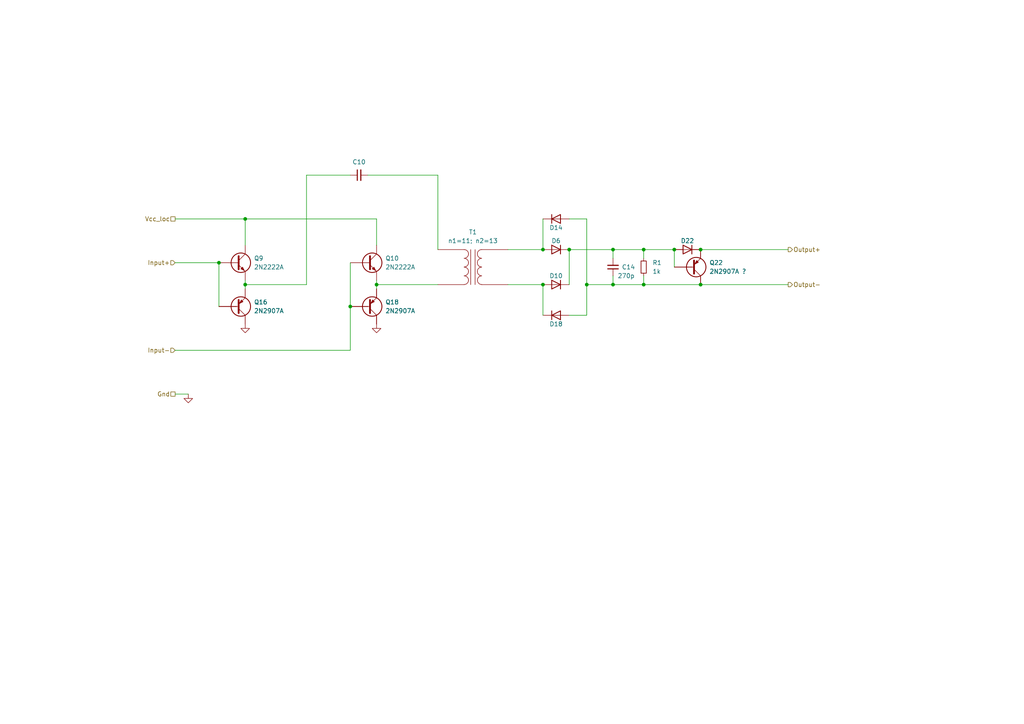
<source format=kicad_sch>
(kicad_sch (version 20230121) (generator eeschema)
  (paper "A4")
  (lib_symbols
    (symbol "Device:C_Small" (pin_numbers hide) (pin_names (offset 0.254) hide)
      (property "Reference" "C" (at 0.254 1.778 0))
      (property "Value" "C_Small" (at 0.254 -2.032 0))
      (symbol "C_Small_0_1"
        (polyline (pts (xy -1.524 -0.508) (xy 1.524 -0.508)) (stroke (width 0.3302)))
        (polyline (pts (xy -1.524 0.508) (xy 1.524 0.508)) (stroke (width 0.3048)))
      )
      (symbol "C_Small_1_1"
        (pin passive line (at 0 2.54 270) (length 2.032) (name "~") (number "1"))
        (pin passive line (at 0 -2.54 90) (length 2.032) (name "~") (number "2"))
      )
    )
    (symbol "Device:R_Small" (pin_numbers hide) (pin_names (offset 0.254) hide)
      (property "Reference" "R" (at 0.762 0.508 0))
      (property "Value" "R_Small" (at 0.762 -1.016 0))
      (symbol "R_Small_0_1"
        (rectangle (start -0.762 1.778) (end 0.762 -1.778) (stroke (width 0.2032)))
      )
      (symbol "R_Small_1_1"
        (pin passive line (at 0 2.54 270) (length 0.762) (name "~") (number "1"))
        (pin passive line (at 0 -2.54 90) (length 0.762) (name "~") (number "2"))
      )
    )
    (symbol "Device:Transformer_1P_1S" (pin_numbers hide) (pin_names (offset 1.016) hide)
      (property "Reference" "T" (at 0 6.35 0))
      (property "Value" "Transformer_1P_1S" (at 0 -7.62 0))
      (symbol "Transformer_1P_1S_0_1"
        (arc (start -2.54 -5.0546) (mid -1.6599 -4.6901) (end -1.27 -3.81))
        (arc (start -2.54 -2.5146) (mid -1.6599 -2.1501) (end -1.27 -1.27))
        (arc (start -2.54 0.0254) (mid -1.6599 0.3899) (end -1.27 1.27))
        (arc (start -2.54 2.5654) (mid -1.6599 2.9299) (end -1.27 3.81))
        (arc (start -1.27 -3.81) (mid -1.642 -2.912) (end -2.54 -2.54))
        (arc (start -1.27 -1.27) (mid -1.642 -0.372) (end -2.54 0))
        (arc (start -1.27 1.27) (mid -1.642 2.168) (end -2.54 2.54))
        (arc (start -1.27 3.81) (mid -1.642 4.708) (end -2.54 5.08))
        (polyline (pts (xy -0.635 5.08) (xy -0.635 -5.08)))
        (polyline (pts (xy 0.635 -5.08) (xy 0.635 5.08)))
        (arc (start 1.2954 -1.27) (mid 1.6599 -2.1501) (end 2.54 -2.5146))
        (arc (start 1.2954 1.27) (mid 1.6599 0.3899) (end 2.54 0.0254))
        (arc (start 1.2954 3.81) (mid 1.6599 2.9299) (end 2.54 2.5654))
        (arc (start 1.3208 -3.81) (mid 1.6853 -4.6901) (end 2.5654 -5.0546))
        (arc (start 2.54 0) (mid 1.642 -0.372) (end 1.2954 -1.27))
        (arc (start 2.54 2.54) (mid 1.642 2.168) (end 1.2954 1.27))
        (arc (start 2.54 5.08) (mid 1.642 4.708) (end 1.2954 3.81))
        (arc (start 2.5654 -2.54) (mid 1.6674 -2.912) (end 1.3208 -3.81))
      )
      (symbol "Transformer_1P_1S_1_1"
        (pin passive line (at -10.16 5.08 0) (length 7.62) (name "AA") (number "1"))
        (pin passive line (at -10.16 -5.08 0) (length 7.62) (name "AB") (number "2"))
        (pin passive line (at 10.16 -5.08 180) (length 7.62) (name "SA") (number "3"))
        (pin passive line (at 10.16 5.08 180) (length 7.62) (name "SB") (number "4"))
      )
    )
    (symbol "Diode:1N4148" (pin_numbers hide) (pin_names hide)
      (property "Reference" "D" (at 0 2.54 0))
      (property "Value" "1N4148" (at 0 -2.54 0))
      (symbol "1N4148_0_1"
        (polyline (pts (xy -1.27 1.27) (xy -1.27 -1.27)) (stroke (width 0.254)))
        (polyline (pts (xy 1.27 0) (xy -1.27 0)))
        (polyline (pts (xy 1.27 1.27) (xy 1.27 -1.27) (xy -1.27 0) (xy 1.27 1.27)) (stroke (width 0.254)))
      )
      (symbol "1N4148_1_1"
        (pin passive line (at -3.81 0 0) (length 2.54) (name "K") (number "1"))
        (pin passive line (at 3.81 0 180) (length 2.54) (name "A") (number "2"))
      )
    )
    (symbol "Transistor_BJT:BC107" (pin_numbers hide) (pin_names (offset 0) hide)
      (property "Reference" "Q" (at 5.08 1.905 0))
      (property "Value" "BC107" (at 5.08 0 0))
      (symbol "BC107_0_1"
        (polyline (pts (xy 0.635 0.635) (xy 2.54 2.54)))
        (polyline (pts (xy 0.635 -0.635) (xy 2.54 -2.54) (xy 2.54 -2.54)))
        (polyline (pts (xy 0.635 1.905) (xy 0.635 -1.905) (xy 0.635 -1.905)) (stroke (width 0.508)))
        (polyline (pts (xy 1.27 -1.778) (xy 1.778 -1.27) (xy 2.286 -2.286) (xy 1.27 -1.778) (xy 1.27 -1.778)) (fill (type outline)))
        (circle (center 1.27 0) (radius 2.8194) (stroke (width 0.254)))
      )
      (symbol "BC107_1_1"
        (pin passive line (at 2.54 -5.08 90) (length 2.54) (name "E") (number "1"))
        (pin input line (at -5.08 0 0) (length 5.715) (name "B") (number "2"))
        (pin passive line (at 2.54 5.08 270) (length 2.54) (name "C") (number "3"))
      )
    )
    (symbol "Transistor_BJT:BC307" (pin_numbers hide) (pin_names (offset 0) hide)
      (property "Reference" "Q" (at 5.08 1.905 0))
      (property "Value" "BC307" (at 5.08 0 0))
      (symbol "BC307_0_1"
        (polyline (pts (xy 0 0) (xy 0.635 0)))
        (polyline (pts (xy 2.54 -2.54) (xy 0.635 -0.635)))
        (polyline (pts (xy 2.54 2.54) (xy 0.635 0.635)))
        (polyline (pts (xy 0.635 1.905) (xy 0.635 -1.905) (xy 0.635 -1.905)) (stroke (width 0.508)) (fill (type outline)))
        (polyline (pts (xy 1.397 -1.905) (xy 1.905 -1.397) (xy 0.889 -0.889) (xy 1.397 -1.905) (xy 1.397 -1.905)) (fill (type outline)))
        (circle (center 1.27 0) (radius 2.8194) (stroke (width 0.254)))
      )
      (symbol "BC307_1_1"
        (pin passive line (at 2.54 5.08 270) (length 2.54) (name "C") (number "1"))
        (pin input line (at -5.08 0 0) (length 5.08) (name "B") (number "2"))
        (pin passive line (at 2.54 -5.08 90) (length 2.54) (name "E") (number "3"))
      )
    )
    (symbol "power:GND" (power) (pin_names (offset 0))
      (property "Value" "GND" (at 0 -3.81 0))
      (symbol "GND_0_1"
        (polyline (pts (xy 0 0) (xy 0 -1.27) (xy 1.27 -1.27) (xy 0 -2.54) (xy -1.27 -1.27) (xy 0 -1.27)))
      )
      (symbol "GND_1_1"
        (pin power_in line (at 0 0 270) (length 0) hide (name "GND") (number "1"))
      )
    )
  )
  (junction (at 186.69 72.39))
  (junction (at 186.69 82.55))
  (junction (at 177.8 82.55))
  (junction (at 101.6 88.9))
  (junction (at 71.12 82.55))
  (junction (at 195.58 72.39))
  (junction (at 165.1 72.39))
  (junction (at 203.2 72.39))
  (junction (at 63.5 76.2))
  (junction (at 157.48 82.55))
  (junction (at 177.8 72.39))
  (junction (at 71.12 63.5))
  (junction (at 109.22 82.55))
  (junction (at 157.48 72.39))
  (junction (at 203.2 82.55))
  (junction (at 170.18 82.55))
  (wire (pts (xy 106.68 50.8) (xy 127 50.8)))
  (wire (pts (xy 195.58 72.39) (xy 195.58 77.47)))
  (wire (pts (xy 50.8 63.5) (xy 71.12 63.5)))
  (wire (pts (xy 71.12 63.5) (xy 71.12 71.12)))
  (wire (pts (xy 109.22 71.12) (xy 109.22 63.5)))
  (wire (pts (xy 170.18 82.55) (xy 170.18 91.44)))
  (wire (pts (xy 203.2 82.55) (xy 228.6 82.55)))
  (wire (pts (xy 165.1 72.39) (xy 177.8 72.39)))
  (wire (pts (xy 170.18 82.55) (xy 177.8 82.55)))
  (wire (pts (xy 88.9 50.8) (xy 101.6 50.8)))
  (wire (pts (xy 71.12 83.82) (xy 71.12 82.55)))
  (wire (pts (xy 50.8 114.3) (xy 54.61 114.3)))
  (wire (pts (xy 170.18 91.44) (xy 165.1 91.44)))
  (wire (pts (xy 165.1 63.5) (xy 170.18 63.5)))
  (wire (pts (xy 109.22 82.55) (xy 127 82.55)))
  (wire (pts (xy 109.22 82.55) (xy 109.22 83.82)))
  (wire (pts (xy 186.69 80.01) (xy 186.69 82.55)))
  (wire (pts (xy 157.48 63.5) (xy 157.48 72.39)))
  (wire (pts (xy 63.5 76.2) (xy 63.5 88.9)))
  (wire (pts (xy 186.69 82.55) (xy 203.2 82.55)))
  (wire (pts (xy 101.6 88.9) (xy 101.6 101.6)))
  (wire (pts (xy 71.12 82.55) (xy 71.12 81.28)))
  (wire (pts (xy 186.69 72.39) (xy 177.8 72.39)))
  (wire (pts (xy 165.1 72.39) (xy 165.1 82.55)))
  (wire (pts (xy 101.6 76.2) (xy 101.6 88.9)))
  (wire (pts (xy 109.22 81.28) (xy 109.22 82.55)))
  (wire (pts (xy 147.32 72.39) (xy 157.48 72.39)))
  (wire (pts (xy 71.12 82.55) (xy 88.9 82.55)))
  (wire (pts (xy 177.8 72.39) (xy 177.8 74.93)))
  (wire (pts (xy 101.6 101.6) (xy 50.8 101.6)))
  (wire (pts (xy 50.8 76.2) (xy 63.5 76.2)))
  (wire (pts (xy 186.69 74.93) (xy 186.69 72.39)))
  (wire (pts (xy 157.48 82.55) (xy 157.48 91.44)))
  (wire (pts (xy 186.69 82.55) (xy 177.8 82.55)))
  (wire (pts (xy 177.8 80.01) (xy 177.8 82.55)))
  (wire (pts (xy 127 50.8) (xy 127 72.39)))
  (wire (pts (xy 203.2 72.39) (xy 228.6 72.39)))
  (wire (pts (xy 147.32 82.55) (xy 157.48 82.55)))
  (wire (pts (xy 170.18 63.5) (xy 170.18 82.55)))
  (wire (pts (xy 186.69 72.39) (xy 195.58 72.39)))
  (wire (pts (xy 88.9 82.55) (xy 88.9 50.8)))
  (wire (pts (xy 109.22 63.5) (xy 71.12 63.5)))
  (hierarchical_label "Input+" (shape input) (at 50.8 76.2 180))
  (hierarchical_label "Vcc_loc" (shape passive) (at 50.8 63.5 180))
  (hierarchical_label "Output+" (shape output) (at 228.6 72.39 0))
  (hierarchical_label "Gnd" (shape passive) (at 50.8 114.3 180))
  (hierarchical_label "Input-" (shape input) (at 50.8 101.6 180))
  (hierarchical_label "Output-" (shape output) (at 228.6 82.55 0))
  (symbol (lib_id "Transistor_BJT:BC307") (at 200.66 77.47 0) (mirror x) (unit 1)
    (property "Reference" "Q22" (at 205.74 76.2 0) (effects (justify left)))
    (property "Value" "2N2907A ?" (at 205.74 78.74 0) (effects (justify left)))
    (property "Footprint" "Package_TO_SOT_THT:TO-92_Inline" (effects hide))
    (property "Datasheet" "http://www.onsemi.com/pub_link/Collateral/BC307-D.PDF" (effects hide))
    (instances (project "PS10_DAN_W_89" (path "" (reference "Q22") (unit 1)) (path "" (reference "Q23") (unit 1)) (path "" (reference "Q24") (unit 1)) (path "" (reference "Q25") (unit 1))))
  )
  (symbol (lib_id "Transistor_BJT:BC107") (at 68.58 76.2 0) (unit 1)
    (property "Reference" "Q9" (at 73.66 74.93 0) (effects (justify left)))
    (property "Value" "2N2222A" (at 73.66 77.47 0) (effects (justify left)))
    (property "Footprint" "Package_TO_SOT_THT:TO-18-3" (effects hide))
    (property "Datasheet" "http://www.b-kainka.de/Daten/Transistor/BC108.pdf" (effects hide))
    (instances (project "PS10_DAN_W_89" (path "" (reference "Q9") (unit 1)) (path "" (reference "Q6") (unit 1)) (path "" (reference "Q7") (unit 1)) (path "" (reference "Q8") (unit 1))))
  )
  (symbol (lib_id "Transistor_BJT:BC307") (at 68.58 88.9 0) (mirror x) (unit 1)
    (property "Reference" "Q16" (at 73.66 87.63 0) (effects (justify left)))
    (property "Value" "2N2907A" (at 73.66 90.17 0) (effects (justify left)))
    (property "Footprint" "Package_TO_SOT_THT:TO-92_Inline" (effects hide))
    (property "Datasheet" "http://www.onsemi.com/pub_link/Collateral/BC307-D.PDF" (effects hide))
    (instances (project "PS10_DAN_W_89" (path "" (reference "Q16") (unit 1)) (path "" (reference "Q14") (unit 1)) (path "" (reference "Q15") (unit 1)) (path "" (reference "Q17") (unit 1))))
  )
  (symbol (lib_id "Device:Transformer_1P_1S") (at 137.16 77.47 0) (unit 1)
    (property "Reference" "T1" (at 137.16 67.31 0))
    (property "Value" "n1=11; n2=13" (at 137.16 69.85 0))
    (instances (project "PS10_DAN_W_89" (path "" (reference "T1") (unit 1)) (path "" (reference "T2") (unit 1)) (path "" (reference "T3") (unit 1)) (path "" (reference "T4") (unit 1))))
  )
  (symbol (lib_id "Transistor_BJT:BC307") (at 106.68 88.9 0) (mirror x) (unit 1)
    (property "Reference" "Q18" (at 111.76 87.63 0) (effects (justify left)))
    (property "Value" "2N2907A" (at 111.76 90.17 0) (effects (justify left)))
    (property "Footprint" "Package_TO_SOT_THT:TO-92_Inline" (effects hide))
    (property "Datasheet" "http://www.onsemi.com/pub_link/Collateral/BC307-D.PDF" (effects hide))
    (instances (project "PS10_DAN_W_89" (path "" (reference "Q18") (unit 1)) (path "" (reference "Q19") (unit 1)) (path "" (reference "Q20") (unit 1)) (path "" (reference "Q21") (unit 1))))
  )
  (symbol (lib_id "Diode:1N4148") (at 161.29 82.55 0) (mirror y) (unit 1)
    (property "Reference" "D10" (at 161.29 80.01 0))
    (property "Value" "1N4148" (effects hide))
    (property "Footprint" "Diode_THT:D_DO-35_SOD27_P7.62mm_Horizontal" (effects hide))
    (property "Datasheet" "https://assets.nexperia.com/documents/data-sheet/1N4148_1N4448.pdf" (effects hide))
    (property "Sim.Device" "D" (effects hide))
    (property "Sim.Pins" "1=K 2=A" (effects hide))
    (instances (project "PS10_DAN_W_89" (path "" (reference "D10") (unit 1)) (path "" (reference "D11") (unit 1)) (path "" (reference "D12") (unit 1)) (path "" (reference "D13") (unit 1))))
  )
  (symbol (lib_id "Diode:1N4148") (at 161.29 91.44 0) (mirror x) (unit 1)
    (property "Reference" "D18" (at 161.29 93.98 0))
    (property "Value" "1N4148" (effects hide))
    (property "Footprint" "Diode_THT:D_DO-35_SOD27_P7.62mm_Horizontal" (effects hide))
    (property "Datasheet" "https://assets.nexperia.com/documents/data-sheet/1N4148_1N4448.pdf" (effects hide))
    (property "Sim.Device" "D" (effects hide))
    (property "Sim.Pins" "1=K 2=A" (effects hide))
    (instances (project "PS10_DAN_W_89" (path "" (reference "D18") (unit 1)) (path "" (reference "D19") (unit 1)) (path "" (reference "D20") (unit 1)) (path "" (reference "D21") (unit 1))))
  )
  (symbol (lib_id "power:GND") (at 109.22 93.98 0) (mirror y) (unit 1)
    (property "Reference" "#PWR037" (effects hide))
    (property "Value" "GND" (effects hide))
    (instances (project "PS10_DAN_W_89" (path "" (reference "#PWR037") (unit 1)) (path "" (reference "#PWR038") (unit 1)) (path "" (reference "#PWR039") (unit 1)) (path "" (reference "#PWR040") (unit 1))))
  )
  (symbol (lib_id "power:GND") (at 71.12 93.98 0) (mirror y) (unit 1)
    (property "Reference" "#PWR030" (effects hide))
    (property "Value" "GND" (effects hide))
    (instances (project "PS10_DAN_W_89" (path "" (reference "#PWR030") (unit 1)) (path "" (reference "#PWR034") (unit 1)) (path "" (reference "#PWR035") (unit 1)) (path "" (reference "#PWR036") (unit 1))))
  )
  (symbol (lib_id "Device:R_Small") (at 186.69 77.47 0) (unit 1)
    (property "Reference" "R1" (at 189.23 76.2 0) (effects (justify left)))
    (property "Value" "1k" (at 189.23 78.74 0) (effects (justify left)))
    (instances (project "PS10_DAN_W_89" (path "" (reference "R1") (unit 1)) (path "" (reference "R33") (unit 1)) (path "" (reference "R34") (unit 1)) (path "" (reference "R35") (unit 1))))
  )
  (symbol (lib_id "Diode:1N4148") (at 161.29 63.5 0) (mirror x) (unit 1)
    (property "Reference" "D14" (at 161.29 66.04 0))
    (property "Value" "1N4148" (effects hide))
    (property "Footprint" "Diode_THT:D_DO-35_SOD27_P7.62mm_Horizontal" (effects hide))
    (property "Datasheet" "https://assets.nexperia.com/documents/data-sheet/1N4148_1N4448.pdf" (effects hide))
    (property "Sim.Device" "D" (effects hide))
    (property "Sim.Pins" "1=K 2=A" (effects hide))
    (instances (project "PS10_DAN_W_89" (path "" (reference "D14") (unit 1)) (path "" (reference "D15") (unit 1)) (path "" (reference "D16") (unit 1)) (path "" (reference "D17") (unit 1))))
  )
  (symbol (lib_id "Device:C_Small") (at 104.14 50.8 90) (unit 1)
    (property "Reference" "C10" (at 104.1463 46.99 90))
    (property "Value" "C_Small" (effects hide))
    (instances (project "PS10_DAN_W_89" (path "" (reference "C10") (unit 1)) (path "" (reference "C11") (unit 1)) (path "" (reference "C12") (unit 1)) (path "" (reference "C13") (unit 1))))
  )
  (symbol (lib_id "power:GND") (at 54.61 114.3 0) (mirror y) (unit 1)
    (property "Reference" "#PWR041" (effects hide))
    (property "Value" "GND" (effects hide))
    (instances (project "PS10_DAN_W_89" (path "" (reference "#PWR041") (unit 1)) (path "" (reference "#PWR042") (unit 1)) (path "" (reference "#PWR043") (unit 1)) (path "" (reference "#PWR044") (unit 1))))
  )
  (symbol (lib_id "Transistor_BJT:BC107") (at 106.68 76.2 0) (unit 1)
    (property "Reference" "Q10" (at 111.76 74.93 0) (effects (justify left)))
    (property "Value" "2N2222A" (at 111.76 77.47 0) (effects (justify left)))
    (property "Footprint" "Package_TO_SOT_THT:TO-18-3" (effects hide))
    (property "Datasheet" "http://www.b-kainka.de/Daten/Transistor/BC108.pdf" (effects hide))
    (instances (project "PS10_DAN_W_89" (path "" (reference "Q10") (unit 1)) (path "" (reference "Q11") (unit 1)) (path "" (reference "Q12") (unit 1)) (path "" (reference "Q13") (unit 1))))
  )
  (symbol (lib_id "Device:C_Small") (at 177.8 77.47 180) (unit 1)
    (property "Reference" "C14" (at 180.34 77.4636 0) (effects (justify right)))
    (property "Value" "270p" (at 181.61 80.01 0))
    (instances (project "PS10_DAN_W_89" (path "" (reference "C14") (unit 1)) (path "" (reference "C15") (unit 1)) (path "" (reference "C16") (unit 1)) (path "" (reference "C17") (unit 1))))
  )
  (symbol (lib_id "Diode:1N4148") (at 161.29 72.39 0) (mirror y) (unit 1)
    (property "Reference" "D6" (at 161.29 69.85 0))
    (property "Value" "1N4148" (effects hide))
    (property "Footprint" "Diode_THT:D_DO-35_SOD27_P7.62mm_Horizontal" (effects hide))
    (property "Datasheet" "https://assets.nexperia.com/documents/data-sheet/1N4148_1N4448.pdf" (effects hide))
    (property "Sim.Device" "D" (effects hide))
    (property "Sim.Pins" "1=K 2=A" (effects hide))
    (instances (project "PS10_DAN_W_89" (path "" (reference "D6") (unit 1)) (path "" (reference "D7") (unit 1)) (path "" (reference "D8") (unit 1)) (path "" (reference "D9") (unit 1))))
  )
  (symbol (lib_id "Diode:1N4148") (at 199.39 72.39 0) (mirror y) (unit 1)
    (property "Reference" "D22" (at 199.39 69.85 0))
    (property "Value" "1N4148" (effects hide))
    (property "Footprint" "Diode_THT:D_DO-35_SOD27_P7.62mm_Horizontal" (effects hide))
    (property "Datasheet" "https://assets.nexperia.com/documents/data-sheet/1N4148_1N4448.pdf" (effects hide))
    (property "Sim.Device" "D" (effects hide))
    (property "Sim.Pins" "1=K 2=A" (effects hide))
    (instances (project "PS10_DAN_W_89" (path "" (reference "D22") (unit 1)) (path "" (reference "D23") (unit 1)) (path "" (reference "D24") (unit 1)) (path "" (reference "D25") (unit 1))))
  )
)
</source>
